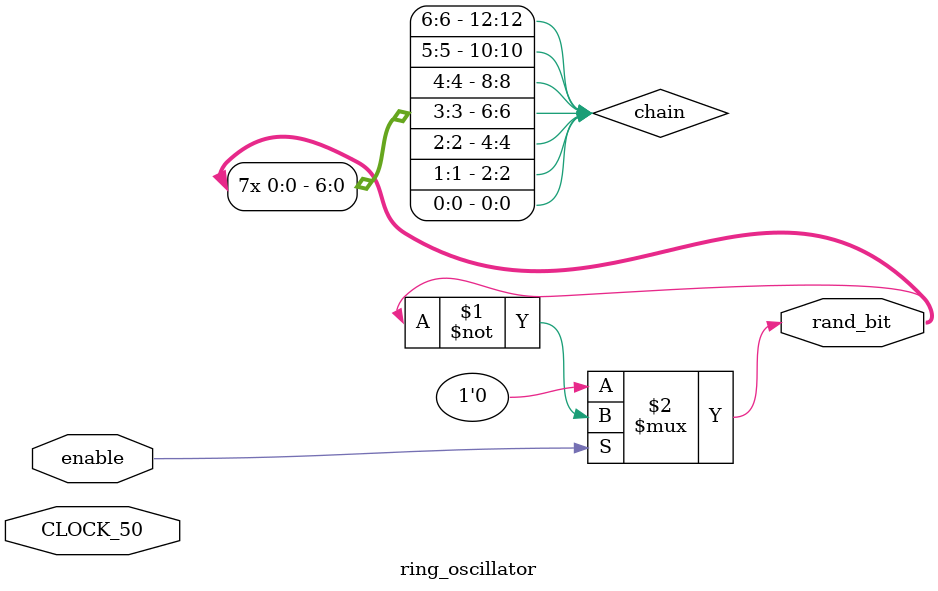
<source format=sv>
`timescale 1ns/100ps

module ring_oscillator #(parameter STAGES = 13) (
    input  logic enable,
    input  logic CLOCK_50,
    output logic rand_bit
);

`ifndef SYNTHESIS 
    always_ff @(posedge CLOCK_50) begin
        if (enable) rand_bit <= $urandom & 1'b1; 
        else        rand_bit <= 1'b0;
    end

`else

    /* synthesis keep */ wire [STAGES-1:0] chain;

    assign chain[0] = enable ? ~chain[STAGES-1] : 1'b0;

    genvar i;
    generate
        for (i = 1; i < STAGES; i++) begin : ro_loop
            assign chain[i] = ~chain[i-1];
        end
    endgenerate

    assign rand_bit = chain[STAGES-1];

`endif

endmodule
</source>
